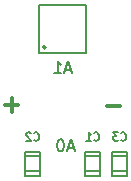
<source format=gbr>
G04 #@! TF.FileFunction,Legend,Bot*
%FSLAX46Y46*%
G04 Gerber Fmt 4.6, Leading zero omitted, Abs format (unit mm)*
G04 Created by KiCad (PCBNEW 0.201509251832+6217~30~ubuntu14.04.1-product) date gio 08 ott 2015 23:54:13 CEST*
%MOMM*%
G01*
G04 APERTURE LIST*
%ADD10C,0.200000*%
%ADD11C,0.300000*%
%ADD12C,0.127000*%
%ADD13C,0.150000*%
%ADD14C,0.175000*%
G04 APERTURE END LIST*
D10*
D11*
X154876572Y-80156857D02*
X156019429Y-80156857D01*
X147383428Y-80117143D02*
X146240571Y-80117143D01*
X146812000Y-80688571D02*
X146812000Y-79545714D01*
D10*
X151844286Y-77128667D02*
X151368095Y-77128667D01*
X151939524Y-77414381D02*
X151606191Y-76414381D01*
X151272857Y-77414381D01*
X150415714Y-77414381D02*
X150987143Y-77414381D01*
X150701429Y-77414381D02*
X150701429Y-76414381D01*
X150796667Y-76557238D01*
X150891905Y-76652476D01*
X150987143Y-76700095D01*
X152098286Y-83732667D02*
X151622095Y-83732667D01*
X152193524Y-84018381D02*
X151860191Y-83018381D01*
X151526857Y-84018381D01*
X151003048Y-83018381D02*
X150907809Y-83018381D01*
X150812571Y-83066000D01*
X150764952Y-83113619D01*
X150717333Y-83208857D01*
X150669714Y-83399333D01*
X150669714Y-83637429D01*
X150717333Y-83827905D01*
X150764952Y-83923143D01*
X150812571Y-83970762D01*
X150907809Y-84018381D01*
X151003048Y-84018381D01*
X151098286Y-83970762D01*
X151145905Y-83923143D01*
X151193524Y-83827905D01*
X151241143Y-83637429D01*
X151241143Y-83399333D01*
X151193524Y-83208857D01*
X151145905Y-83113619D01*
X151098286Y-83066000D01*
X151003048Y-83018381D01*
D12*
X154305000Y-84455000D02*
X153035000Y-84455000D01*
X154305000Y-85725000D02*
X153060400Y-85725000D01*
X154305000Y-86106000D02*
X154305000Y-84074000D01*
X154305000Y-84074000D02*
X153035000Y-84074000D01*
X153035000Y-84074000D02*
X153035000Y-86106000D01*
X153035000Y-86106000D02*
X154305000Y-86106000D01*
X147955000Y-85725000D02*
X149225000Y-85725000D01*
X147955000Y-84455000D02*
X149199600Y-84455000D01*
X147955000Y-84074000D02*
X147955000Y-86106000D01*
X147955000Y-86106000D02*
X149225000Y-86106000D01*
X149225000Y-86106000D02*
X149225000Y-84074000D01*
X149225000Y-84074000D02*
X147955000Y-84074000D01*
X155321000Y-85725000D02*
X156591000Y-85725000D01*
X155321000Y-84455000D02*
X156565600Y-84455000D01*
X155321000Y-84074000D02*
X155321000Y-86106000D01*
X155321000Y-86106000D02*
X156591000Y-86106000D01*
X156591000Y-86106000D02*
X156591000Y-84074000D01*
X156591000Y-84074000D02*
X155321000Y-84074000D01*
D13*
X149721421Y-75210000D02*
G75*
G03X149721421Y-75210000I-141421J0D01*
G01*
X149130000Y-75660000D02*
X153130000Y-75660000D01*
X153130000Y-75660000D02*
X153130000Y-71660000D01*
X153130000Y-71660000D02*
X149130000Y-71660000D01*
X149130000Y-71660000D02*
X149130000Y-75660000D01*
D14*
X153786666Y-83054000D02*
X153820000Y-83087333D01*
X153920000Y-83120667D01*
X153986666Y-83120667D01*
X154086666Y-83087333D01*
X154153333Y-83020667D01*
X154186666Y-82954000D01*
X154220000Y-82820667D01*
X154220000Y-82720667D01*
X154186666Y-82587333D01*
X154153333Y-82520667D01*
X154086666Y-82454000D01*
X153986666Y-82420667D01*
X153920000Y-82420667D01*
X153820000Y-82454000D01*
X153786666Y-82487333D01*
X153120000Y-83120667D02*
X153520000Y-83120667D01*
X153320000Y-83120667D02*
X153320000Y-82420667D01*
X153386666Y-82520667D01*
X153453333Y-82587333D01*
X153520000Y-82620667D01*
X148706666Y-83054000D02*
X148740000Y-83087333D01*
X148840000Y-83120667D01*
X148906666Y-83120667D01*
X149006666Y-83087333D01*
X149073333Y-83020667D01*
X149106666Y-82954000D01*
X149140000Y-82820667D01*
X149140000Y-82720667D01*
X149106666Y-82587333D01*
X149073333Y-82520667D01*
X149006666Y-82454000D01*
X148906666Y-82420667D01*
X148840000Y-82420667D01*
X148740000Y-82454000D01*
X148706666Y-82487333D01*
X148440000Y-82487333D02*
X148406666Y-82454000D01*
X148340000Y-82420667D01*
X148173333Y-82420667D01*
X148106666Y-82454000D01*
X148073333Y-82487333D01*
X148040000Y-82554000D01*
X148040000Y-82620667D01*
X148073333Y-82720667D01*
X148473333Y-83120667D01*
X148040000Y-83120667D01*
X156072666Y-83054000D02*
X156106000Y-83087333D01*
X156206000Y-83120667D01*
X156272666Y-83120667D01*
X156372666Y-83087333D01*
X156439333Y-83020667D01*
X156472666Y-82954000D01*
X156506000Y-82820667D01*
X156506000Y-82720667D01*
X156472666Y-82587333D01*
X156439333Y-82520667D01*
X156372666Y-82454000D01*
X156272666Y-82420667D01*
X156206000Y-82420667D01*
X156106000Y-82454000D01*
X156072666Y-82487333D01*
X155839333Y-82420667D02*
X155406000Y-82420667D01*
X155639333Y-82687333D01*
X155539333Y-82687333D01*
X155472666Y-82720667D01*
X155439333Y-82754000D01*
X155406000Y-82820667D01*
X155406000Y-82987333D01*
X155439333Y-83054000D01*
X155472666Y-83087333D01*
X155539333Y-83120667D01*
X155739333Y-83120667D01*
X155806000Y-83087333D01*
X155839333Y-83054000D01*
M02*

</source>
